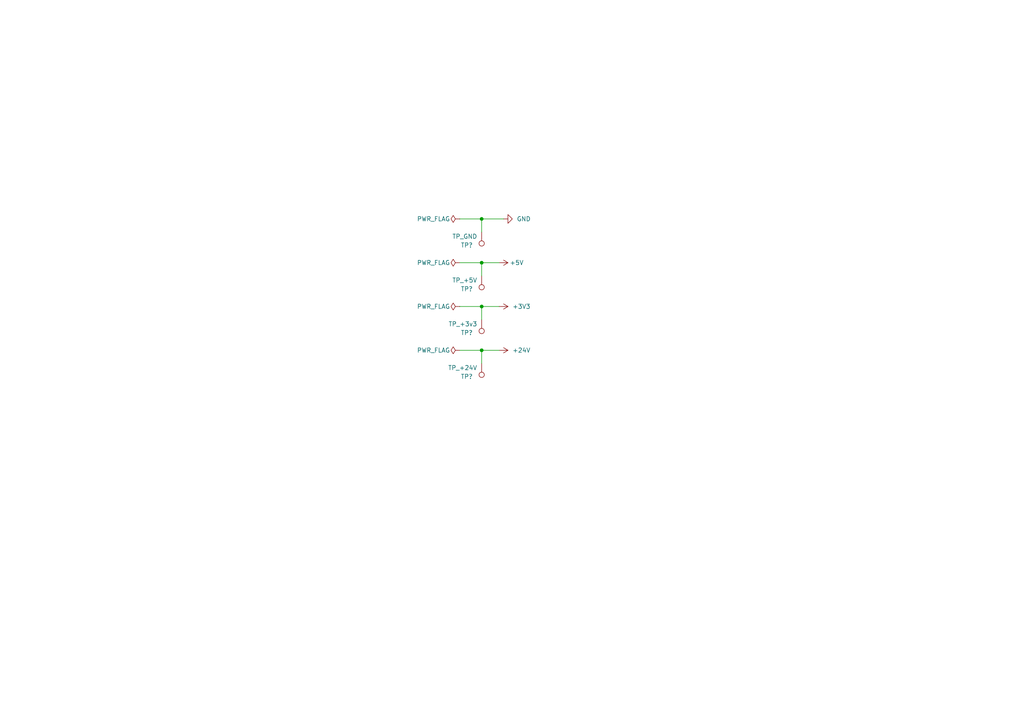
<source format=kicad_sch>
(kicad_sch (version 20230121) (generator eeschema)

  (uuid ca7fd29b-780c-4217-a642-fbc6c3850561)

  (paper "A4")

  (title_block
    (title "ChronoVolt")
    (date "2023-10-07")
    (rev "0.1")
    (company "Final Resolution")
  )

  (lib_symbols
    (symbol "Connector:TestPoint" (pin_numbers hide) (pin_names (offset 0.762) hide) (in_bom yes) (on_board yes)
      (property "Reference" "TP" (at 0 6.858 0)
        (effects (font (size 1.27 1.27)))
      )
      (property "Value" "TestPoint" (at 0 5.08 0)
        (effects (font (size 1.27 1.27)))
      )
      (property "Footprint" "" (at 5.08 0 0)
        (effects (font (size 1.27 1.27)) hide)
      )
      (property "Datasheet" "~" (at 5.08 0 0)
        (effects (font (size 1.27 1.27)) hide)
      )
      (property "ki_keywords" "test point tp" (at 0 0 0)
        (effects (font (size 1.27 1.27)) hide)
      )
      (property "ki_description" "test point" (at 0 0 0)
        (effects (font (size 1.27 1.27)) hide)
      )
      (property "ki_fp_filters" "Pin* Test*" (at 0 0 0)
        (effects (font (size 1.27 1.27)) hide)
      )
      (symbol "TestPoint_0_1"
        (circle (center 0 3.302) (radius 0.762)
          (stroke (width 0) (type default))
          (fill (type none))
        )
      )
      (symbol "TestPoint_1_1"
        (pin passive line (at 0 0 90) (length 2.54)
          (name "1" (effects (font (size 1.27 1.27))))
          (number "1" (effects (font (size 1.27 1.27))))
        )
      )
    )
    (symbol "power:+24V" (power) (pin_names (offset 0)) (in_bom yes) (on_board yes)
      (property "Reference" "#PWR" (at 0 -3.81 0)
        (effects (font (size 1.27 1.27)) hide)
      )
      (property "Value" "+24V" (at 0 3.556 0)
        (effects (font (size 1.27 1.27)))
      )
      (property "Footprint" "" (at 0 0 0)
        (effects (font (size 1.27 1.27)) hide)
      )
      (property "Datasheet" "" (at 0 0 0)
        (effects (font (size 1.27 1.27)) hide)
      )
      (property "ki_keywords" "global power" (at 0 0 0)
        (effects (font (size 1.27 1.27)) hide)
      )
      (property "ki_description" "Power symbol creates a global label with name \"+24V\"" (at 0 0 0)
        (effects (font (size 1.27 1.27)) hide)
      )
      (symbol "+24V_0_1"
        (polyline
          (pts
            (xy -0.762 1.27)
            (xy 0 2.54)
          )
          (stroke (width 0) (type default))
          (fill (type none))
        )
        (polyline
          (pts
            (xy 0 0)
            (xy 0 2.54)
          )
          (stroke (width 0) (type default))
          (fill (type none))
        )
        (polyline
          (pts
            (xy 0 2.54)
            (xy 0.762 1.27)
          )
          (stroke (width 0) (type default))
          (fill (type none))
        )
      )
      (symbol "+24V_1_1"
        (pin power_in line (at 0 0 90) (length 0) hide
          (name "+24V" (effects (font (size 1.27 1.27))))
          (number "1" (effects (font (size 1.27 1.27))))
        )
      )
    )
    (symbol "power:+3V3" (power) (pin_names (offset 0)) (in_bom yes) (on_board yes)
      (property "Reference" "#PWR" (at 0 -3.81 0)
        (effects (font (size 1.27 1.27)) hide)
      )
      (property "Value" "+3V3" (at 0 3.556 0)
        (effects (font (size 1.27 1.27)))
      )
      (property "Footprint" "" (at 0 0 0)
        (effects (font (size 1.27 1.27)) hide)
      )
      (property "Datasheet" "" (at 0 0 0)
        (effects (font (size 1.27 1.27)) hide)
      )
      (property "ki_keywords" "global power" (at 0 0 0)
        (effects (font (size 1.27 1.27)) hide)
      )
      (property "ki_description" "Power symbol creates a global label with name \"+3V3\"" (at 0 0 0)
        (effects (font (size 1.27 1.27)) hide)
      )
      (symbol "+3V3_0_1"
        (polyline
          (pts
            (xy -0.762 1.27)
            (xy 0 2.54)
          )
          (stroke (width 0) (type default))
          (fill (type none))
        )
        (polyline
          (pts
            (xy 0 0)
            (xy 0 2.54)
          )
          (stroke (width 0) (type default))
          (fill (type none))
        )
        (polyline
          (pts
            (xy 0 2.54)
            (xy 0.762 1.27)
          )
          (stroke (width 0) (type default))
          (fill (type none))
        )
      )
      (symbol "+3V3_1_1"
        (pin power_in line (at 0 0 90) (length 0) hide
          (name "+3V3" (effects (font (size 1.27 1.27))))
          (number "1" (effects (font (size 1.27 1.27))))
        )
      )
    )
    (symbol "power:+5V" (power) (pin_names (offset 0)) (in_bom yes) (on_board yes)
      (property "Reference" "#PWR" (at 0 -3.81 0)
        (effects (font (size 1.27 1.27)) hide)
      )
      (property "Value" "+5V" (at 0 3.556 0)
        (effects (font (size 1.27 1.27)))
      )
      (property "Footprint" "" (at 0 0 0)
        (effects (font (size 1.27 1.27)) hide)
      )
      (property "Datasheet" "" (at 0 0 0)
        (effects (font (size 1.27 1.27)) hide)
      )
      (property "ki_keywords" "global power" (at 0 0 0)
        (effects (font (size 1.27 1.27)) hide)
      )
      (property "ki_description" "Power symbol creates a global label with name \"+5V\"" (at 0 0 0)
        (effects (font (size 1.27 1.27)) hide)
      )
      (symbol "+5V_0_1"
        (polyline
          (pts
            (xy -0.762 1.27)
            (xy 0 2.54)
          )
          (stroke (width 0) (type default))
          (fill (type none))
        )
        (polyline
          (pts
            (xy 0 0)
            (xy 0 2.54)
          )
          (stroke (width 0) (type default))
          (fill (type none))
        )
        (polyline
          (pts
            (xy 0 2.54)
            (xy 0.762 1.27)
          )
          (stroke (width 0) (type default))
          (fill (type none))
        )
      )
      (symbol "+5V_1_1"
        (pin power_in line (at 0 0 90) (length 0) hide
          (name "+5V" (effects (font (size 1.27 1.27))))
          (number "1" (effects (font (size 1.27 1.27))))
        )
      )
    )
    (symbol "power:GND" (power) (pin_names (offset 0)) (in_bom yes) (on_board yes)
      (property "Reference" "#PWR" (at 0 -6.35 0)
        (effects (font (size 1.27 1.27)) hide)
      )
      (property "Value" "GND" (at 0 -3.81 0)
        (effects (font (size 1.27 1.27)))
      )
      (property "Footprint" "" (at 0 0 0)
        (effects (font (size 1.27 1.27)) hide)
      )
      (property "Datasheet" "" (at 0 0 0)
        (effects (font (size 1.27 1.27)) hide)
      )
      (property "ki_keywords" "global power" (at 0 0 0)
        (effects (font (size 1.27 1.27)) hide)
      )
      (property "ki_description" "Power symbol creates a global label with name \"GND\" , ground" (at 0 0 0)
        (effects (font (size 1.27 1.27)) hide)
      )
      (symbol "GND_0_1"
        (polyline
          (pts
            (xy 0 0)
            (xy 0 -1.27)
            (xy 1.27 -1.27)
            (xy 0 -2.54)
            (xy -1.27 -1.27)
            (xy 0 -1.27)
          )
          (stroke (width 0) (type default))
          (fill (type none))
        )
      )
      (symbol "GND_1_1"
        (pin power_in line (at 0 0 270) (length 0) hide
          (name "GND" (effects (font (size 1.27 1.27))))
          (number "1" (effects (font (size 1.27 1.27))))
        )
      )
    )
    (symbol "power:PWR_FLAG" (power) (pin_numbers hide) (pin_names (offset 0) hide) (in_bom yes) (on_board yes)
      (property "Reference" "#FLG" (at 0 1.905 0)
        (effects (font (size 1.27 1.27)) hide)
      )
      (property "Value" "PWR_FLAG" (at 0 3.81 0)
        (effects (font (size 1.27 1.27)))
      )
      (property "Footprint" "" (at 0 0 0)
        (effects (font (size 1.27 1.27)) hide)
      )
      (property "Datasheet" "~" (at 0 0 0)
        (effects (font (size 1.27 1.27)) hide)
      )
      (property "ki_keywords" "flag power" (at 0 0 0)
        (effects (font (size 1.27 1.27)) hide)
      )
      (property "ki_description" "Special symbol for telling ERC where power comes from" (at 0 0 0)
        (effects (font (size 1.27 1.27)) hide)
      )
      (symbol "PWR_FLAG_0_0"
        (pin power_out line (at 0 0 90) (length 0)
          (name "pwr" (effects (font (size 1.27 1.27))))
          (number "1" (effects (font (size 1.27 1.27))))
        )
      )
      (symbol "PWR_FLAG_0_1"
        (polyline
          (pts
            (xy 0 0)
            (xy 0 1.27)
            (xy -1.016 1.905)
            (xy 0 2.54)
            (xy 1.016 1.905)
            (xy 0 1.27)
          )
          (stroke (width 0) (type default))
          (fill (type none))
        )
      )
    )
  )

  (junction (at 139.7 88.9) (diameter 0) (color 0 0 0 0)
    (uuid 292373b7-b80a-4665-bcbb-4868fe90cb62)
  )
  (junction (at 139.7 76.2) (diameter 0) (color 0 0 0 0)
    (uuid 5cc82d47-78aa-4fff-a027-95ad60583bb9)
  )
  (junction (at 139.7 63.5) (diameter 0) (color 0 0 0 0)
    (uuid 66be9ae9-8352-403c-bcc6-ec851c1174d1)
  )
  (junction (at 139.7 101.6) (diameter 0) (color 0 0 0 0)
    (uuid eb60872a-bbc9-4e97-90c9-fe2d2bd4fb65)
  )

  (wire (pts (xy 139.7 67.31) (xy 139.7 63.5))
    (stroke (width 0) (type default))
    (uuid 0afed10e-44ad-4482-8fbc-b0a0fdc16c6c)
  )
  (wire (pts (xy 133.35 101.6) (xy 139.7 101.6))
    (stroke (width 0) (type default))
    (uuid 29a4f789-5e63-449b-8576-15ed53b28729)
  )
  (wire (pts (xy 133.35 63.5) (xy 139.7 63.5))
    (stroke (width 0) (type default))
    (uuid 3481df0d-93aa-4215-a78d-1e38f9ecd8d4)
  )
  (wire (pts (xy 139.7 101.6) (xy 144.78 101.6))
    (stroke (width 0) (type default))
    (uuid 37224a6f-3000-4408-acb3-f1ca02b4c001)
  )
  (wire (pts (xy 139.7 92.71) (xy 139.7 88.9))
    (stroke (width 0) (type default))
    (uuid 421d0620-1751-4b77-9167-3b86c09ba418)
  )
  (wire (pts (xy 133.35 76.2) (xy 139.7 76.2))
    (stroke (width 0) (type default))
    (uuid 5ef343b3-81c5-4950-af16-3a4f836f3e7c)
  )
  (wire (pts (xy 139.7 105.41) (xy 139.7 101.6))
    (stroke (width 0) (type default))
    (uuid 7159e290-6b6f-4f22-90d9-ad3d687bdf04)
  )
  (wire (pts (xy 133.35 88.9) (xy 139.7 88.9))
    (stroke (width 0) (type default))
    (uuid 763622a1-b576-47f1-b4fc-b3fb3d2b4fdd)
  )
  (wire (pts (xy 139.7 63.5) (xy 146.05 63.5))
    (stroke (width 0) (type default))
    (uuid 7e7e3dd9-4eb0-4236-bde8-45b65b193481)
  )
  (wire (pts (xy 139.7 76.2) (xy 144.78 76.2))
    (stroke (width 0) (type default))
    (uuid 8326efe2-8e97-41b3-bef6-5d6a3171ee94)
  )
  (wire (pts (xy 139.7 88.9) (xy 144.78 88.9))
    (stroke (width 0) (type default))
    (uuid b25d0c5c-6022-4743-a150-922b3f98d76a)
  )
  (wire (pts (xy 139.7 80.01) (xy 139.7 76.2))
    (stroke (width 0) (type default))
    (uuid cea87745-39f4-4a8e-8ed0-ed98b91c0f70)
  )

  (symbol (lib_id "Connector:TestPoint") (at 139.7 105.41 180) (unit 1)
    (in_bom yes) (on_board yes) (dnp no)
    (uuid 01b5c096-4250-42c8-9e19-767373cc3863)
    (property "Reference" "TP?" (at 137.16 109.22 0)
      (effects (font (size 1.27 1.27)) (justify left))
    )
    (property "Value" "TP_+24V" (at 138.43 106.68 0)
      (effects (font (size 1.27 1.27)) (justify left))
    )
    (property "Footprint" "TestPoint:TestPoint_Pad_D1.0mm" (at 134.62 105.41 0)
      (effects (font (size 1.27 1.27)) hide)
    )
    (property "Datasheet" "~" (at 134.62 105.41 0)
      (effects (font (size 1.27 1.27)) hide)
    )
    (pin "1" (uuid ef57df59-1f4c-41b2-8425-4c7dfb480d3f))
    (instances
      (project "Final_ESPNoob_RevA_1006"
        (path "/020f851d-ff42-49ee-a080-0144446afa6e"
          (reference "TP?") (unit 1)
        )
      )
      (project "ChronoVolt_Display"
        (path "/cceb3d39-99f1-4cc7-aa1d-f414cbebc8ea/3f8f4fb8-0000-4470-9a78-22eb5d7259c1"
          (reference "TP4") (unit 1)
        )
      )
    )
  )

  (symbol (lib_id "power:PWR_FLAG") (at 133.35 63.5 90) (unit 1)
    (in_bom yes) (on_board yes) (dnp no)
    (uuid 190b3b07-f725-441f-9760-7572c467efcf)
    (property "Reference" "#FLG?" (at 131.445 63.5 0)
      (effects (font (size 1.27 1.27)) hide)
    )
    (property "Value" "PWR_FLAG" (at 125.73 63.5 90)
      (effects (font (size 1.27 1.27)))
    )
    (property "Footprint" "" (at 133.35 63.5 0)
      (effects (font (size 1.27 1.27)) hide)
    )
    (property "Datasheet" "~" (at 133.35 63.5 0)
      (effects (font (size 1.27 1.27)) hide)
    )
    (pin "1" (uuid 39504ecc-ca32-46e8-85ed-729b2be70624))
    (instances
      (project "Final_ESPNoob_RevA_1006"
        (path "/020f851d-ff42-49ee-a080-0144446afa6e"
          (reference "#FLG?") (unit 1)
        )
      )
      (project "ChronoVolt_Display"
        (path "/cceb3d39-99f1-4cc7-aa1d-f414cbebc8ea/3f8f4fb8-0000-4470-9a78-22eb5d7259c1"
          (reference "#FLG01") (unit 1)
        )
      )
    )
  )

  (symbol (lib_id "power:PWR_FLAG") (at 133.35 88.9 90) (unit 1)
    (in_bom yes) (on_board yes) (dnp no)
    (uuid 6236c754-4877-45e6-bde5-c3c74dbdb93a)
    (property "Reference" "#FLG?" (at 131.445 88.9 0)
      (effects (font (size 1.27 1.27)) hide)
    )
    (property "Value" "PWR_FLAG" (at 125.73 88.9 90)
      (effects (font (size 1.27 1.27)))
    )
    (property "Footprint" "" (at 133.35 88.9 0)
      (effects (font (size 1.27 1.27)) hide)
    )
    (property "Datasheet" "~" (at 133.35 88.9 0)
      (effects (font (size 1.27 1.27)) hide)
    )
    (pin "1" (uuid 7b9c4ad0-8f27-46a3-b038-62d13b9db5e4))
    (instances
      (project "Final_ESPNoob_RevA_1006"
        (path "/020f851d-ff42-49ee-a080-0144446afa6e"
          (reference "#FLG?") (unit 1)
        )
      )
      (project "ChronoVolt_Display"
        (path "/cceb3d39-99f1-4cc7-aa1d-f414cbebc8ea/3f8f4fb8-0000-4470-9a78-22eb5d7259c1"
          (reference "#FLG03") (unit 1)
        )
      )
    )
  )

  (symbol (lib_id "Connector:TestPoint") (at 139.7 67.31 180) (unit 1)
    (in_bom yes) (on_board yes) (dnp no)
    (uuid 7dd026b4-77b6-4f5f-8fa6-adb9141b5801)
    (property "Reference" "TP?" (at 137.16 71.12 0)
      (effects (font (size 1.27 1.27)) (justify left))
    )
    (property "Value" "TP_GND" (at 138.43 68.58 0)
      (effects (font (size 1.27 1.27)) (justify left))
    )
    (property "Footprint" "TestPoint:TestPoint_Pad_D1.0mm" (at 134.62 67.31 0)
      (effects (font (size 1.27 1.27)) hide)
    )
    (property "Datasheet" "~" (at 134.62 67.31 0)
      (effects (font (size 1.27 1.27)) hide)
    )
    (pin "1" (uuid 4b133b2f-a838-4253-9da5-d0b390807f76))
    (instances
      (project "Final_ESPNoob_RevA_1006"
        (path "/020f851d-ff42-49ee-a080-0144446afa6e"
          (reference "TP?") (unit 1)
        )
      )
      (project "ChronoVolt_Display"
        (path "/cceb3d39-99f1-4cc7-aa1d-f414cbebc8ea/3f8f4fb8-0000-4470-9a78-22eb5d7259c1"
          (reference "TP1") (unit 1)
        )
      )
    )
  )

  (symbol (lib_id "power:+24V") (at 144.78 101.6 270) (unit 1)
    (in_bom yes) (on_board yes) (dnp no) (fields_autoplaced)
    (uuid 8b8be4a0-0c9b-4df9-99c7-c2a5359c197a)
    (property "Reference" "#PWR020" (at 140.97 101.6 0)
      (effects (font (size 1.27 1.27)) hide)
    )
    (property "Value" "+24V" (at 148.59 101.6 90)
      (effects (font (size 1.27 1.27)) (justify left))
    )
    (property "Footprint" "" (at 144.78 101.6 0)
      (effects (font (size 1.27 1.27)) hide)
    )
    (property "Datasheet" "" (at 144.78 101.6 0)
      (effects (font (size 1.27 1.27)) hide)
    )
    (pin "1" (uuid 74a903e4-bb72-4956-ae47-0d53c8777cb3))
    (instances
      (project "ChronoVolt_Display"
        (path "/cceb3d39-99f1-4cc7-aa1d-f414cbebc8ea/3f8f4fb8-0000-4470-9a78-22eb5d7259c1"
          (reference "#PWR020") (unit 1)
        )
      )
    )
  )

  (symbol (lib_id "power:PWR_FLAG") (at 133.35 76.2 90) (unit 1)
    (in_bom yes) (on_board yes) (dnp no)
    (uuid b189ed19-1818-481a-ab01-c802bc780156)
    (property "Reference" "#FLG?" (at 131.445 76.2 0)
      (effects (font (size 1.27 1.27)) hide)
    )
    (property "Value" "PWR_FLAG" (at 125.73 76.2 90)
      (effects (font (size 1.27 1.27)))
    )
    (property "Footprint" "" (at 133.35 76.2 0)
      (effects (font (size 1.27 1.27)) hide)
    )
    (property "Datasheet" "~" (at 133.35 76.2 0)
      (effects (font (size 1.27 1.27)) hide)
    )
    (pin "1" (uuid 6e1a8799-a881-469b-b476-48f428319e53))
    (instances
      (project "Final_ESPNoob_RevA_1006"
        (path "/020f851d-ff42-49ee-a080-0144446afa6e"
          (reference "#FLG?") (unit 1)
        )
      )
      (project "ChronoVolt_Display"
        (path "/cceb3d39-99f1-4cc7-aa1d-f414cbebc8ea/3f8f4fb8-0000-4470-9a78-22eb5d7259c1"
          (reference "#FLG02") (unit 1)
        )
      )
    )
  )

  (symbol (lib_id "Connector:TestPoint") (at 139.7 92.71 180) (unit 1)
    (in_bom yes) (on_board yes) (dnp no)
    (uuid b2c19209-18a7-422b-846d-df0e96435ec4)
    (property "Reference" "TP?" (at 137.16 96.52 0)
      (effects (font (size 1.27 1.27)) (justify left))
    )
    (property "Value" "TP_+3v3" (at 138.43 93.98 0)
      (effects (font (size 1.27 1.27)) (justify left))
    )
    (property "Footprint" "TestPoint:TestPoint_Pad_D1.0mm" (at 134.62 92.71 0)
      (effects (font (size 1.27 1.27)) hide)
    )
    (property "Datasheet" "~" (at 134.62 92.71 0)
      (effects (font (size 1.27 1.27)) hide)
    )
    (pin "1" (uuid e0434420-c293-4e8c-b825-56c253d25c96))
    (instances
      (project "Final_ESPNoob_RevA_1006"
        (path "/020f851d-ff42-49ee-a080-0144446afa6e"
          (reference "TP?") (unit 1)
        )
      )
      (project "ChronoVolt_Display"
        (path "/cceb3d39-99f1-4cc7-aa1d-f414cbebc8ea/3f8f4fb8-0000-4470-9a78-22eb5d7259c1"
          (reference "TP3") (unit 1)
        )
      )
    )
  )

  (symbol (lib_id "Connector:TestPoint") (at 139.7 80.01 180) (unit 1)
    (in_bom yes) (on_board yes) (dnp no)
    (uuid b3c896c2-d218-42f7-aafc-bf91eb8f44e2)
    (property "Reference" "TP?" (at 137.16 83.82 0)
      (effects (font (size 1.27 1.27)) (justify left))
    )
    (property "Value" "TP_+5V" (at 138.43 81.28 0)
      (effects (font (size 1.27 1.27)) (justify left))
    )
    (property "Footprint" "TestPoint:TestPoint_Pad_D1.0mm" (at 134.62 80.01 0)
      (effects (font (size 1.27 1.27)) hide)
    )
    (property "Datasheet" "~" (at 134.62 80.01 0)
      (effects (font (size 1.27 1.27)) hide)
    )
    (pin "1" (uuid 03da10ab-f259-4a30-9514-57b27b6d892c))
    (instances
      (project "Final_ESPNoob_RevA_1006"
        (path "/020f851d-ff42-49ee-a080-0144446afa6e"
          (reference "TP?") (unit 1)
        )
      )
      (project "ChronoVolt_Display"
        (path "/cceb3d39-99f1-4cc7-aa1d-f414cbebc8ea/3f8f4fb8-0000-4470-9a78-22eb5d7259c1"
          (reference "TP2") (unit 1)
        )
      )
    )
  )

  (symbol (lib_id "power:+5V") (at 144.78 76.2 270) (unit 1)
    (in_bom yes) (on_board yes) (dnp no)
    (uuid bfe9b150-2897-4c74-811f-75acb182a649)
    (property "Reference" "#PWR?" (at 140.97 76.2 0)
      (effects (font (size 1.27 1.27)) hide)
    )
    (property "Value" "+5V" (at 149.86 76.2 90)
      (effects (font (size 1.27 1.27)))
    )
    (property "Footprint" "" (at 144.78 76.2 0)
      (effects (font (size 1.27 1.27)) hide)
    )
    (property "Datasheet" "" (at 144.78 76.2 0)
      (effects (font (size 1.27 1.27)) hide)
    )
    (pin "1" (uuid edccf8d5-5fd1-4a66-865b-5e933fdec238))
    (instances
      (project "Final_ESPNoob_RevA_1006"
        (path "/020f851d-ff42-49ee-a080-0144446afa6e"
          (reference "#PWR?") (unit 1)
        )
      )
      (project "ChronoVolt_Display"
        (path "/cceb3d39-99f1-4cc7-aa1d-f414cbebc8ea/3f8f4fb8-0000-4470-9a78-22eb5d7259c1"
          (reference "#PWR018") (unit 1)
        )
      )
    )
  )

  (symbol (lib_id "power:GND") (at 146.05 63.5 90) (unit 1)
    (in_bom yes) (on_board yes) (dnp no) (fields_autoplaced)
    (uuid e0853ad3-b052-4ecb-8321-d225fd4095f7)
    (property "Reference" "#PWR?" (at 152.4 63.5 0)
      (effects (font (size 1.27 1.27)) hide)
    )
    (property "Value" "GND" (at 149.86 63.5 90)
      (effects (font (size 1.27 1.27)) (justify right))
    )
    (property "Footprint" "" (at 146.05 63.5 0)
      (effects (font (size 1.27 1.27)) hide)
    )
    (property "Datasheet" "" (at 146.05 63.5 0)
      (effects (font (size 1.27 1.27)) hide)
    )
    (pin "1" (uuid 1ec75b7d-fb75-4dc6-a6ae-b4c34e2261fa))
    (instances
      (project "Final_ESPNoob_RevA_1006"
        (path "/020f851d-ff42-49ee-a080-0144446afa6e"
          (reference "#PWR?") (unit 1)
        )
      )
      (project "ChronoVolt_Display"
        (path "/cceb3d39-99f1-4cc7-aa1d-f414cbebc8ea/3f8f4fb8-0000-4470-9a78-22eb5d7259c1"
          (reference "#PWR021") (unit 1)
        )
      )
    )
  )

  (symbol (lib_id "power:+3V3") (at 144.78 88.9 270) (unit 1)
    (in_bom yes) (on_board yes) (dnp no)
    (uuid e7279874-d971-4df4-9183-f7bd34061cbb)
    (property "Reference" "#PWR?" (at 140.97 88.9 0)
      (effects (font (size 1.27 1.27)) hide)
    )
    (property "Value" "+3V3" (at 148.59 88.9 90)
      (effects (font (size 1.27 1.27)) (justify left))
    )
    (property "Footprint" "" (at 144.78 88.9 0)
      (effects (font (size 1.27 1.27)) hide)
    )
    (property "Datasheet" "" (at 144.78 88.9 0)
      (effects (font (size 1.27 1.27)) hide)
    )
    (pin "1" (uuid 21b065ab-0826-4e26-bdca-d05d937b9a32))
    (instances
      (project "Final_ESPNoob_RevA_1006"
        (path "/020f851d-ff42-49ee-a080-0144446afa6e"
          (reference "#PWR?") (unit 1)
        )
      )
      (project "ChronoVolt_Display"
        (path "/cceb3d39-99f1-4cc7-aa1d-f414cbebc8ea/3f8f4fb8-0000-4470-9a78-22eb5d7259c1"
          (reference "#PWR019") (unit 1)
        )
      )
    )
  )

  (symbol (lib_id "power:PWR_FLAG") (at 133.35 101.6 90) (unit 1)
    (in_bom yes) (on_board yes) (dnp no)
    (uuid f3a374b2-599c-4f0d-bc19-d44546c34774)
    (property "Reference" "#FLG?" (at 131.445 101.6 0)
      (effects (font (size 1.27 1.27)) hide)
    )
    (property "Value" "PWR_FLAG" (at 125.73 101.6 90)
      (effects (font (size 1.27 1.27)))
    )
    (property "Footprint" "" (at 133.35 101.6 0)
      (effects (font (size 1.27 1.27)) hide)
    )
    (property "Datasheet" "~" (at 133.35 101.6 0)
      (effects (font (size 1.27 1.27)) hide)
    )
    (pin "1" (uuid e934ab41-a648-4273-8107-d704319176f7))
    (instances
      (project "Final_ESPNoob_RevA_1006"
        (path "/020f851d-ff42-49ee-a080-0144446afa6e"
          (reference "#FLG?") (unit 1)
        )
      )
      (project "ChronoVolt_Display"
        (path "/cceb3d39-99f1-4cc7-aa1d-f414cbebc8ea/3f8f4fb8-0000-4470-9a78-22eb5d7259c1"
          (reference "#FLG04") (unit 1)
        )
      )
    )
  )
)

</source>
